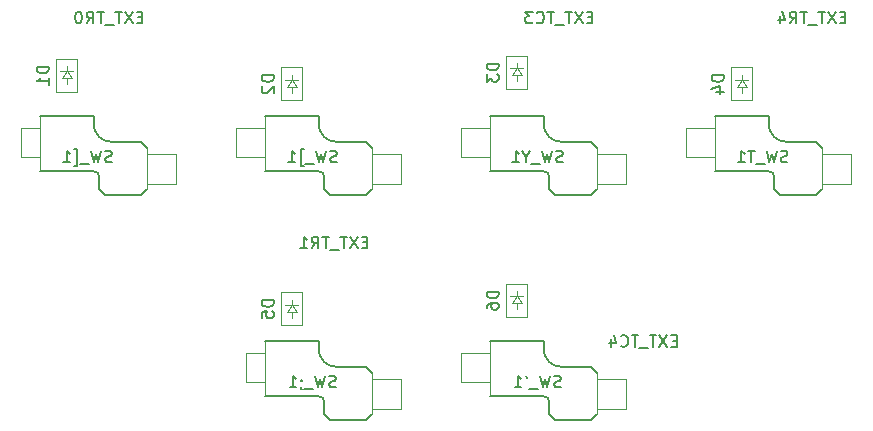
<source format=gbr>
G04 #@! TF.GenerationSoftware,KiCad,Pcbnew,8.0.5*
G04 #@! TF.CreationDate,2024-09-18T06:53:56+09:00*
G04 #@! TF.ProjectId,SandyLP_Top,53616e64-794c-4505-9f54-6f702e6b6963,v.0*
G04 #@! TF.SameCoordinates,Original*
G04 #@! TF.FileFunction,AssemblyDrawing,Bot*
%FSLAX46Y46*%
G04 Gerber Fmt 4.6, Leading zero omitted, Abs format (unit mm)*
G04 Created by KiCad (PCBNEW 8.0.5) date 2024-09-18 06:53:56*
%MOMM*%
%LPD*%
G01*
G04 APERTURE LIST*
%ADD10C,0.150000*%
%ADD11C,0.120000*%
%ADD12C,0.100000*%
G04 APERTURE END LIST*
D10*
X147407690Y-70510605D02*
X147264833Y-70558224D01*
X147264833Y-70558224D02*
X147026738Y-70558224D01*
X147026738Y-70558224D02*
X146931500Y-70510605D01*
X146931500Y-70510605D02*
X146883881Y-70462985D01*
X146883881Y-70462985D02*
X146836262Y-70367747D01*
X146836262Y-70367747D02*
X146836262Y-70272509D01*
X146836262Y-70272509D02*
X146883881Y-70177271D01*
X146883881Y-70177271D02*
X146931500Y-70129652D01*
X146931500Y-70129652D02*
X147026738Y-70082033D01*
X147026738Y-70082033D02*
X147217214Y-70034414D01*
X147217214Y-70034414D02*
X147312452Y-69986795D01*
X147312452Y-69986795D02*
X147360071Y-69939176D01*
X147360071Y-69939176D02*
X147407690Y-69843938D01*
X147407690Y-69843938D02*
X147407690Y-69748700D01*
X147407690Y-69748700D02*
X147360071Y-69653462D01*
X147360071Y-69653462D02*
X147312452Y-69605843D01*
X147312452Y-69605843D02*
X147217214Y-69558224D01*
X147217214Y-69558224D02*
X146979119Y-69558224D01*
X146979119Y-69558224D02*
X146836262Y-69605843D01*
X146502928Y-69558224D02*
X146264833Y-70558224D01*
X146264833Y-70558224D02*
X146074357Y-69843938D01*
X146074357Y-69843938D02*
X145883881Y-70558224D01*
X145883881Y-70558224D02*
X145645786Y-69558224D01*
X145502929Y-70653462D02*
X144741024Y-70653462D01*
X144455309Y-70510605D02*
X144455309Y-70558224D01*
X144455309Y-70558224D02*
X144502928Y-70653462D01*
X144502928Y-70653462D02*
X144550547Y-70701081D01*
X144502928Y-69939176D02*
X144455309Y-69986795D01*
X144455309Y-69986795D02*
X144502928Y-70034414D01*
X144502928Y-70034414D02*
X144550547Y-69986795D01*
X144550547Y-69986795D02*
X144502928Y-69939176D01*
X144502928Y-69939176D02*
X144502928Y-70034414D01*
X143502929Y-70558224D02*
X144074357Y-70558224D01*
X143788643Y-70558224D02*
X143788643Y-69558224D01*
X143788643Y-69558224D02*
X143883881Y-69701081D01*
X143883881Y-69701081D02*
X143979119Y-69796319D01*
X143979119Y-69796319D02*
X144074357Y-69843938D01*
X147502928Y-51460605D02*
X147360071Y-51508224D01*
X147360071Y-51508224D02*
X147121976Y-51508224D01*
X147121976Y-51508224D02*
X147026738Y-51460605D01*
X147026738Y-51460605D02*
X146979119Y-51412985D01*
X146979119Y-51412985D02*
X146931500Y-51317747D01*
X146931500Y-51317747D02*
X146931500Y-51222509D01*
X146931500Y-51222509D02*
X146979119Y-51127271D01*
X146979119Y-51127271D02*
X147026738Y-51079652D01*
X147026738Y-51079652D02*
X147121976Y-51032033D01*
X147121976Y-51032033D02*
X147312452Y-50984414D01*
X147312452Y-50984414D02*
X147407690Y-50936795D01*
X147407690Y-50936795D02*
X147455309Y-50889176D01*
X147455309Y-50889176D02*
X147502928Y-50793938D01*
X147502928Y-50793938D02*
X147502928Y-50698700D01*
X147502928Y-50698700D02*
X147455309Y-50603462D01*
X147455309Y-50603462D02*
X147407690Y-50555843D01*
X147407690Y-50555843D02*
X147312452Y-50508224D01*
X147312452Y-50508224D02*
X147074357Y-50508224D01*
X147074357Y-50508224D02*
X146931500Y-50555843D01*
X146598166Y-50508224D02*
X146360071Y-51508224D01*
X146360071Y-51508224D02*
X146169595Y-50793938D01*
X146169595Y-50793938D02*
X145979119Y-51508224D01*
X145979119Y-51508224D02*
X145741024Y-50508224D01*
X145598167Y-51603462D02*
X144836262Y-51603462D01*
X144693404Y-51841557D02*
X144455309Y-51841557D01*
X144455309Y-51841557D02*
X144455309Y-50412985D01*
X144455309Y-50412985D02*
X144693404Y-50412985D01*
X143407690Y-51508224D02*
X143979118Y-51508224D01*
X143693404Y-51508224D02*
X143693404Y-50508224D01*
X143693404Y-50508224D02*
X143788642Y-50651081D01*
X143788642Y-50651081D02*
X143883880Y-50746319D01*
X143883880Y-50746319D02*
X143979118Y-50793938D01*
X185650547Y-51460605D02*
X185507690Y-51508224D01*
X185507690Y-51508224D02*
X185269595Y-51508224D01*
X185269595Y-51508224D02*
X185174357Y-51460605D01*
X185174357Y-51460605D02*
X185126738Y-51412985D01*
X185126738Y-51412985D02*
X185079119Y-51317747D01*
X185079119Y-51317747D02*
X185079119Y-51222509D01*
X185079119Y-51222509D02*
X185126738Y-51127271D01*
X185126738Y-51127271D02*
X185174357Y-51079652D01*
X185174357Y-51079652D02*
X185269595Y-51032033D01*
X185269595Y-51032033D02*
X185460071Y-50984414D01*
X185460071Y-50984414D02*
X185555309Y-50936795D01*
X185555309Y-50936795D02*
X185602928Y-50889176D01*
X185602928Y-50889176D02*
X185650547Y-50793938D01*
X185650547Y-50793938D02*
X185650547Y-50698700D01*
X185650547Y-50698700D02*
X185602928Y-50603462D01*
X185602928Y-50603462D02*
X185555309Y-50555843D01*
X185555309Y-50555843D02*
X185460071Y-50508224D01*
X185460071Y-50508224D02*
X185221976Y-50508224D01*
X185221976Y-50508224D02*
X185079119Y-50555843D01*
X184745785Y-50508224D02*
X184507690Y-51508224D01*
X184507690Y-51508224D02*
X184317214Y-50793938D01*
X184317214Y-50793938D02*
X184126738Y-51508224D01*
X184126738Y-51508224D02*
X183888643Y-50508224D01*
X183745786Y-51603462D02*
X182983881Y-51603462D01*
X182888642Y-50508224D02*
X182317214Y-50508224D01*
X182602928Y-51508224D02*
X182602928Y-50508224D01*
X181460071Y-51508224D02*
X182031499Y-51508224D01*
X181745785Y-51508224D02*
X181745785Y-50508224D01*
X181745785Y-50508224D02*
X181841023Y-50651081D01*
X181841023Y-50651081D02*
X181936261Y-50746319D01*
X181936261Y-50746319D02*
X182031499Y-50793938D01*
X128452928Y-51460605D02*
X128310071Y-51508224D01*
X128310071Y-51508224D02*
X128071976Y-51508224D01*
X128071976Y-51508224D02*
X127976738Y-51460605D01*
X127976738Y-51460605D02*
X127929119Y-51412985D01*
X127929119Y-51412985D02*
X127881500Y-51317747D01*
X127881500Y-51317747D02*
X127881500Y-51222509D01*
X127881500Y-51222509D02*
X127929119Y-51127271D01*
X127929119Y-51127271D02*
X127976738Y-51079652D01*
X127976738Y-51079652D02*
X128071976Y-51032033D01*
X128071976Y-51032033D02*
X128262452Y-50984414D01*
X128262452Y-50984414D02*
X128357690Y-50936795D01*
X128357690Y-50936795D02*
X128405309Y-50889176D01*
X128405309Y-50889176D02*
X128452928Y-50793938D01*
X128452928Y-50793938D02*
X128452928Y-50698700D01*
X128452928Y-50698700D02*
X128405309Y-50603462D01*
X128405309Y-50603462D02*
X128357690Y-50555843D01*
X128357690Y-50555843D02*
X128262452Y-50508224D01*
X128262452Y-50508224D02*
X128024357Y-50508224D01*
X128024357Y-50508224D02*
X127881500Y-50555843D01*
X127548166Y-50508224D02*
X127310071Y-51508224D01*
X127310071Y-51508224D02*
X127119595Y-50793938D01*
X127119595Y-50793938D02*
X126929119Y-51508224D01*
X126929119Y-51508224D02*
X126691024Y-50508224D01*
X126548167Y-51603462D02*
X125786262Y-51603462D01*
X125262452Y-51841557D02*
X125500547Y-51841557D01*
X125500547Y-51841557D02*
X125500547Y-50412985D01*
X125500547Y-50412985D02*
X125262452Y-50412985D01*
X124357690Y-51508224D02*
X124929118Y-51508224D01*
X124643404Y-51508224D02*
X124643404Y-50508224D01*
X124643404Y-50508224D02*
X124738642Y-50651081D01*
X124738642Y-50651081D02*
X124833880Y-50746319D01*
X124833880Y-50746319D02*
X124929118Y-50793938D01*
X166648166Y-51460605D02*
X166505309Y-51508224D01*
X166505309Y-51508224D02*
X166267214Y-51508224D01*
X166267214Y-51508224D02*
X166171976Y-51460605D01*
X166171976Y-51460605D02*
X166124357Y-51412985D01*
X166124357Y-51412985D02*
X166076738Y-51317747D01*
X166076738Y-51317747D02*
X166076738Y-51222509D01*
X166076738Y-51222509D02*
X166124357Y-51127271D01*
X166124357Y-51127271D02*
X166171976Y-51079652D01*
X166171976Y-51079652D02*
X166267214Y-51032033D01*
X166267214Y-51032033D02*
X166457690Y-50984414D01*
X166457690Y-50984414D02*
X166552928Y-50936795D01*
X166552928Y-50936795D02*
X166600547Y-50889176D01*
X166600547Y-50889176D02*
X166648166Y-50793938D01*
X166648166Y-50793938D02*
X166648166Y-50698700D01*
X166648166Y-50698700D02*
X166600547Y-50603462D01*
X166600547Y-50603462D02*
X166552928Y-50555843D01*
X166552928Y-50555843D02*
X166457690Y-50508224D01*
X166457690Y-50508224D02*
X166219595Y-50508224D01*
X166219595Y-50508224D02*
X166076738Y-50555843D01*
X165743404Y-50508224D02*
X165505309Y-51508224D01*
X165505309Y-51508224D02*
X165314833Y-50793938D01*
X165314833Y-50793938D02*
X165124357Y-51508224D01*
X165124357Y-51508224D02*
X164886262Y-50508224D01*
X164743405Y-51603462D02*
X163981500Y-51603462D01*
X163552928Y-51032033D02*
X163552928Y-51508224D01*
X163886261Y-50508224D02*
X163552928Y-51032033D01*
X163552928Y-51032033D02*
X163219595Y-50508224D01*
X162362452Y-51508224D02*
X162933880Y-51508224D01*
X162648166Y-51508224D02*
X162648166Y-50508224D01*
X162648166Y-50508224D02*
X162743404Y-50651081D01*
X162743404Y-50651081D02*
X162838642Y-50746319D01*
X162838642Y-50746319D02*
X162933880Y-50793938D01*
X166457690Y-70510605D02*
X166314833Y-70558224D01*
X166314833Y-70558224D02*
X166076738Y-70558224D01*
X166076738Y-70558224D02*
X165981500Y-70510605D01*
X165981500Y-70510605D02*
X165933881Y-70462985D01*
X165933881Y-70462985D02*
X165886262Y-70367747D01*
X165886262Y-70367747D02*
X165886262Y-70272509D01*
X165886262Y-70272509D02*
X165933881Y-70177271D01*
X165933881Y-70177271D02*
X165981500Y-70129652D01*
X165981500Y-70129652D02*
X166076738Y-70082033D01*
X166076738Y-70082033D02*
X166267214Y-70034414D01*
X166267214Y-70034414D02*
X166362452Y-69986795D01*
X166362452Y-69986795D02*
X166410071Y-69939176D01*
X166410071Y-69939176D02*
X166457690Y-69843938D01*
X166457690Y-69843938D02*
X166457690Y-69748700D01*
X166457690Y-69748700D02*
X166410071Y-69653462D01*
X166410071Y-69653462D02*
X166362452Y-69605843D01*
X166362452Y-69605843D02*
X166267214Y-69558224D01*
X166267214Y-69558224D02*
X166029119Y-69558224D01*
X166029119Y-69558224D02*
X165886262Y-69605843D01*
X165552928Y-69558224D02*
X165314833Y-70558224D01*
X165314833Y-70558224D02*
X165124357Y-69843938D01*
X165124357Y-69843938D02*
X164933881Y-70558224D01*
X164933881Y-70558224D02*
X164695786Y-69558224D01*
X164552929Y-70653462D02*
X163791024Y-70653462D01*
X163505309Y-69558224D02*
X163600547Y-69748700D01*
X162552929Y-70558224D02*
X163124357Y-70558224D01*
X162838643Y-70558224D02*
X162838643Y-69558224D01*
X162838643Y-69558224D02*
X162933881Y-69701081D01*
X162933881Y-69701081D02*
X163029119Y-69796319D01*
X163029119Y-69796319D02*
X163124357Y-69843938D01*
X142147629Y-63174685D02*
X141147629Y-63174685D01*
X141147629Y-63174685D02*
X141147629Y-63412780D01*
X141147629Y-63412780D02*
X141195248Y-63555637D01*
X141195248Y-63555637D02*
X141290486Y-63650875D01*
X141290486Y-63650875D02*
X141385724Y-63698494D01*
X141385724Y-63698494D02*
X141576200Y-63746113D01*
X141576200Y-63746113D02*
X141719057Y-63746113D01*
X141719057Y-63746113D02*
X141909533Y-63698494D01*
X141909533Y-63698494D02*
X142004771Y-63650875D01*
X142004771Y-63650875D02*
X142100010Y-63555637D01*
X142100010Y-63555637D02*
X142147629Y-63412780D01*
X142147629Y-63412780D02*
X142147629Y-63174685D01*
X141147629Y-64650875D02*
X141147629Y-64174685D01*
X141147629Y-64174685D02*
X141623819Y-64127066D01*
X141623819Y-64127066D02*
X141576200Y-64174685D01*
X141576200Y-64174685D02*
X141528581Y-64269923D01*
X141528581Y-64269923D02*
X141528581Y-64508018D01*
X141528581Y-64508018D02*
X141576200Y-64603256D01*
X141576200Y-64603256D02*
X141623819Y-64650875D01*
X141623819Y-64650875D02*
X141719057Y-64698494D01*
X141719057Y-64698494D02*
X141957152Y-64698494D01*
X141957152Y-64698494D02*
X142052390Y-64650875D01*
X142052390Y-64650875D02*
X142100010Y-64603256D01*
X142100010Y-64603256D02*
X142147629Y-64508018D01*
X142147629Y-64508018D02*
X142147629Y-64269923D01*
X142147629Y-64269923D02*
X142100010Y-64174685D01*
X142100010Y-64174685D02*
X142052390Y-64127066D01*
X180247629Y-44124685D02*
X179247629Y-44124685D01*
X179247629Y-44124685D02*
X179247629Y-44362780D01*
X179247629Y-44362780D02*
X179295248Y-44505637D01*
X179295248Y-44505637D02*
X179390486Y-44600875D01*
X179390486Y-44600875D02*
X179485724Y-44648494D01*
X179485724Y-44648494D02*
X179676200Y-44696113D01*
X179676200Y-44696113D02*
X179819057Y-44696113D01*
X179819057Y-44696113D02*
X180009533Y-44648494D01*
X180009533Y-44648494D02*
X180104771Y-44600875D01*
X180104771Y-44600875D02*
X180200010Y-44505637D01*
X180200010Y-44505637D02*
X180247629Y-44362780D01*
X180247629Y-44362780D02*
X180247629Y-44124685D01*
X179580962Y-45553256D02*
X180247629Y-45553256D01*
X179200010Y-45315161D02*
X179914295Y-45077066D01*
X179914295Y-45077066D02*
X179914295Y-45696113D01*
X161197629Y-62443435D02*
X160197629Y-62443435D01*
X160197629Y-62443435D02*
X160197629Y-62681530D01*
X160197629Y-62681530D02*
X160245248Y-62824387D01*
X160245248Y-62824387D02*
X160340486Y-62919625D01*
X160340486Y-62919625D02*
X160435724Y-62967244D01*
X160435724Y-62967244D02*
X160626200Y-63014863D01*
X160626200Y-63014863D02*
X160769057Y-63014863D01*
X160769057Y-63014863D02*
X160959533Y-62967244D01*
X160959533Y-62967244D02*
X161054771Y-62919625D01*
X161054771Y-62919625D02*
X161150010Y-62824387D01*
X161150010Y-62824387D02*
X161197629Y-62681530D01*
X161197629Y-62681530D02*
X161197629Y-62443435D01*
X160197629Y-63872006D02*
X160197629Y-63681530D01*
X160197629Y-63681530D02*
X160245248Y-63586292D01*
X160245248Y-63586292D02*
X160292867Y-63538673D01*
X160292867Y-63538673D02*
X160435724Y-63443435D01*
X160435724Y-63443435D02*
X160626200Y-63395816D01*
X160626200Y-63395816D02*
X161007152Y-63395816D01*
X161007152Y-63395816D02*
X161102390Y-63443435D01*
X161102390Y-63443435D02*
X161150010Y-63491054D01*
X161150010Y-63491054D02*
X161197629Y-63586292D01*
X161197629Y-63586292D02*
X161197629Y-63776768D01*
X161197629Y-63776768D02*
X161150010Y-63872006D01*
X161150010Y-63872006D02*
X161102390Y-63919625D01*
X161102390Y-63919625D02*
X161007152Y-63967244D01*
X161007152Y-63967244D02*
X160769057Y-63967244D01*
X160769057Y-63967244D02*
X160673819Y-63919625D01*
X160673819Y-63919625D02*
X160626200Y-63872006D01*
X160626200Y-63872006D02*
X160578581Y-63776768D01*
X160578581Y-63776768D02*
X160578581Y-63586292D01*
X160578581Y-63586292D02*
X160626200Y-63491054D01*
X160626200Y-63491054D02*
X160673819Y-63443435D01*
X160673819Y-63443435D02*
X160769057Y-63395816D01*
X161197629Y-43140310D02*
X160197629Y-43140310D01*
X160197629Y-43140310D02*
X160197629Y-43378405D01*
X160197629Y-43378405D02*
X160245248Y-43521262D01*
X160245248Y-43521262D02*
X160340486Y-43616500D01*
X160340486Y-43616500D02*
X160435724Y-43664119D01*
X160435724Y-43664119D02*
X160626200Y-43711738D01*
X160626200Y-43711738D02*
X160769057Y-43711738D01*
X160769057Y-43711738D02*
X160959533Y-43664119D01*
X160959533Y-43664119D02*
X161054771Y-43616500D01*
X161054771Y-43616500D02*
X161150010Y-43521262D01*
X161150010Y-43521262D02*
X161197629Y-43378405D01*
X161197629Y-43378405D02*
X161197629Y-43140310D01*
X160197629Y-44045072D02*
X160197629Y-44664119D01*
X160197629Y-44664119D02*
X160578581Y-44330786D01*
X160578581Y-44330786D02*
X160578581Y-44473643D01*
X160578581Y-44473643D02*
X160626200Y-44568881D01*
X160626200Y-44568881D02*
X160673819Y-44616500D01*
X160673819Y-44616500D02*
X160769057Y-44664119D01*
X160769057Y-44664119D02*
X161007152Y-44664119D01*
X161007152Y-44664119D02*
X161102390Y-44616500D01*
X161102390Y-44616500D02*
X161150010Y-44568881D01*
X161150010Y-44568881D02*
X161197629Y-44473643D01*
X161197629Y-44473643D02*
X161197629Y-44187929D01*
X161197629Y-44187929D02*
X161150010Y-44092691D01*
X161150010Y-44092691D02*
X161102390Y-44045072D01*
X123097629Y-43393435D02*
X122097629Y-43393435D01*
X122097629Y-43393435D02*
X122097629Y-43631530D01*
X122097629Y-43631530D02*
X122145248Y-43774387D01*
X122145248Y-43774387D02*
X122240486Y-43869625D01*
X122240486Y-43869625D02*
X122335724Y-43917244D01*
X122335724Y-43917244D02*
X122526200Y-43964863D01*
X122526200Y-43964863D02*
X122669057Y-43964863D01*
X122669057Y-43964863D02*
X122859533Y-43917244D01*
X122859533Y-43917244D02*
X122954771Y-43869625D01*
X122954771Y-43869625D02*
X123050010Y-43774387D01*
X123050010Y-43774387D02*
X123097629Y-43631530D01*
X123097629Y-43631530D02*
X123097629Y-43393435D01*
X123097629Y-44917244D02*
X123097629Y-44345816D01*
X123097629Y-44631530D02*
X122097629Y-44631530D01*
X122097629Y-44631530D02*
X122240486Y-44536292D01*
X122240486Y-44536292D02*
X122335724Y-44441054D01*
X122335724Y-44441054D02*
X122383343Y-44345816D01*
X131024208Y-39221914D02*
X130690875Y-39221914D01*
X130548018Y-39745724D02*
X131024208Y-39745724D01*
X131024208Y-39745724D02*
X131024208Y-38745724D01*
X131024208Y-38745724D02*
X130548018Y-38745724D01*
X130214684Y-38745724D02*
X129548018Y-39745724D01*
X129548018Y-38745724D02*
X130214684Y-39745724D01*
X129309922Y-38745724D02*
X128738494Y-38745724D01*
X129024208Y-39745724D02*
X129024208Y-38745724D01*
X128643256Y-39840962D02*
X127881351Y-39840962D01*
X127786112Y-38745724D02*
X127214684Y-38745724D01*
X127500398Y-39745724D02*
X127500398Y-38745724D01*
X126309922Y-39745724D02*
X126643255Y-39269533D01*
X126881350Y-39745724D02*
X126881350Y-38745724D01*
X126881350Y-38745724D02*
X126500398Y-38745724D01*
X126500398Y-38745724D02*
X126405160Y-38793343D01*
X126405160Y-38793343D02*
X126357541Y-38840962D01*
X126357541Y-38840962D02*
X126309922Y-38936200D01*
X126309922Y-38936200D02*
X126309922Y-39079057D01*
X126309922Y-39079057D02*
X126357541Y-39174295D01*
X126357541Y-39174295D02*
X126405160Y-39221914D01*
X126405160Y-39221914D02*
X126500398Y-39269533D01*
X126500398Y-39269533D02*
X126881350Y-39269533D01*
X125690874Y-38745724D02*
X125595636Y-38745724D01*
X125595636Y-38745724D02*
X125500398Y-38793343D01*
X125500398Y-38793343D02*
X125452779Y-38840962D01*
X125452779Y-38840962D02*
X125405160Y-38936200D01*
X125405160Y-38936200D02*
X125357541Y-39126676D01*
X125357541Y-39126676D02*
X125357541Y-39364771D01*
X125357541Y-39364771D02*
X125405160Y-39555247D01*
X125405160Y-39555247D02*
X125452779Y-39650485D01*
X125452779Y-39650485D02*
X125500398Y-39698105D01*
X125500398Y-39698105D02*
X125595636Y-39745724D01*
X125595636Y-39745724D02*
X125690874Y-39745724D01*
X125690874Y-39745724D02*
X125786112Y-39698105D01*
X125786112Y-39698105D02*
X125833731Y-39650485D01*
X125833731Y-39650485D02*
X125881350Y-39555247D01*
X125881350Y-39555247D02*
X125928969Y-39364771D01*
X125928969Y-39364771D02*
X125928969Y-39126676D01*
X125928969Y-39126676D02*
X125881350Y-38936200D01*
X125881350Y-38936200D02*
X125833731Y-38840962D01*
X125833731Y-38840962D02*
X125786112Y-38793343D01*
X125786112Y-38793343D02*
X125690874Y-38745724D01*
X190555458Y-39221914D02*
X190222125Y-39221914D01*
X190079268Y-39745724D02*
X190555458Y-39745724D01*
X190555458Y-39745724D02*
X190555458Y-38745724D01*
X190555458Y-38745724D02*
X190079268Y-38745724D01*
X189745934Y-38745724D02*
X189079268Y-39745724D01*
X189079268Y-38745724D02*
X189745934Y-39745724D01*
X188841172Y-38745724D02*
X188269744Y-38745724D01*
X188555458Y-39745724D02*
X188555458Y-38745724D01*
X188174506Y-39840962D02*
X187412601Y-39840962D01*
X187317362Y-38745724D02*
X186745934Y-38745724D01*
X187031648Y-39745724D02*
X187031648Y-38745724D01*
X185841172Y-39745724D02*
X186174505Y-39269533D01*
X186412600Y-39745724D02*
X186412600Y-38745724D01*
X186412600Y-38745724D02*
X186031648Y-38745724D01*
X186031648Y-38745724D02*
X185936410Y-38793343D01*
X185936410Y-38793343D02*
X185888791Y-38840962D01*
X185888791Y-38840962D02*
X185841172Y-38936200D01*
X185841172Y-38936200D02*
X185841172Y-39079057D01*
X185841172Y-39079057D02*
X185888791Y-39174295D01*
X185888791Y-39174295D02*
X185936410Y-39221914D01*
X185936410Y-39221914D02*
X186031648Y-39269533D01*
X186031648Y-39269533D02*
X186412600Y-39269533D01*
X184984029Y-39079057D02*
X184984029Y-39745724D01*
X185222124Y-38698105D02*
X185460219Y-39412390D01*
X185460219Y-39412390D02*
X184841172Y-39412390D01*
X169124208Y-39221914D02*
X168790875Y-39221914D01*
X168648018Y-39745724D02*
X169124208Y-39745724D01*
X169124208Y-39745724D02*
X169124208Y-38745724D01*
X169124208Y-38745724D02*
X168648018Y-38745724D01*
X168314684Y-38745724D02*
X167648018Y-39745724D01*
X167648018Y-38745724D02*
X168314684Y-39745724D01*
X167409922Y-38745724D02*
X166838494Y-38745724D01*
X167124208Y-39745724D02*
X167124208Y-38745724D01*
X166743256Y-39840962D02*
X165981351Y-39840962D01*
X165886112Y-38745724D02*
X165314684Y-38745724D01*
X165600398Y-39745724D02*
X165600398Y-38745724D01*
X164409922Y-39650485D02*
X164457541Y-39698105D01*
X164457541Y-39698105D02*
X164600398Y-39745724D01*
X164600398Y-39745724D02*
X164695636Y-39745724D01*
X164695636Y-39745724D02*
X164838493Y-39698105D01*
X164838493Y-39698105D02*
X164933731Y-39602866D01*
X164933731Y-39602866D02*
X164981350Y-39507628D01*
X164981350Y-39507628D02*
X165028969Y-39317152D01*
X165028969Y-39317152D02*
X165028969Y-39174295D01*
X165028969Y-39174295D02*
X164981350Y-38983819D01*
X164981350Y-38983819D02*
X164933731Y-38888581D01*
X164933731Y-38888581D02*
X164838493Y-38793343D01*
X164838493Y-38793343D02*
X164695636Y-38745724D01*
X164695636Y-38745724D02*
X164600398Y-38745724D01*
X164600398Y-38745724D02*
X164457541Y-38793343D01*
X164457541Y-38793343D02*
X164409922Y-38840962D01*
X164076588Y-38745724D02*
X163457541Y-38745724D01*
X163457541Y-38745724D02*
X163790874Y-39126676D01*
X163790874Y-39126676D02*
X163648017Y-39126676D01*
X163648017Y-39126676D02*
X163552779Y-39174295D01*
X163552779Y-39174295D02*
X163505160Y-39221914D01*
X163505160Y-39221914D02*
X163457541Y-39317152D01*
X163457541Y-39317152D02*
X163457541Y-39555247D01*
X163457541Y-39555247D02*
X163505160Y-39650485D01*
X163505160Y-39650485D02*
X163552779Y-39698105D01*
X163552779Y-39698105D02*
X163648017Y-39745724D01*
X163648017Y-39745724D02*
X163933731Y-39745724D01*
X163933731Y-39745724D02*
X164028969Y-39698105D01*
X164028969Y-39698105D02*
X164076588Y-39650485D01*
X176267958Y-66606289D02*
X175934625Y-66606289D01*
X175791768Y-67130099D02*
X176267958Y-67130099D01*
X176267958Y-67130099D02*
X176267958Y-66130099D01*
X176267958Y-66130099D02*
X175791768Y-66130099D01*
X175458434Y-66130099D02*
X174791768Y-67130099D01*
X174791768Y-66130099D02*
X175458434Y-67130099D01*
X174553672Y-66130099D02*
X173982244Y-66130099D01*
X174267958Y-67130099D02*
X174267958Y-66130099D01*
X173887006Y-67225337D02*
X173125101Y-67225337D01*
X173029862Y-66130099D02*
X172458434Y-66130099D01*
X172744148Y-67130099D02*
X172744148Y-66130099D01*
X171553672Y-67034860D02*
X171601291Y-67082480D01*
X171601291Y-67082480D02*
X171744148Y-67130099D01*
X171744148Y-67130099D02*
X171839386Y-67130099D01*
X171839386Y-67130099D02*
X171982243Y-67082480D01*
X171982243Y-67082480D02*
X172077481Y-66987241D01*
X172077481Y-66987241D02*
X172125100Y-66892003D01*
X172125100Y-66892003D02*
X172172719Y-66701527D01*
X172172719Y-66701527D02*
X172172719Y-66558670D01*
X172172719Y-66558670D02*
X172125100Y-66368194D01*
X172125100Y-66368194D02*
X172077481Y-66272956D01*
X172077481Y-66272956D02*
X171982243Y-66177718D01*
X171982243Y-66177718D02*
X171839386Y-66130099D01*
X171839386Y-66130099D02*
X171744148Y-66130099D01*
X171744148Y-66130099D02*
X171601291Y-66177718D01*
X171601291Y-66177718D02*
X171553672Y-66225337D01*
X170696529Y-66463432D02*
X170696529Y-67130099D01*
X170934624Y-66082480D02*
X171172719Y-66796765D01*
X171172719Y-66796765D02*
X170553672Y-66796765D01*
X150074208Y-58271914D02*
X149740875Y-58271914D01*
X149598018Y-58795724D02*
X150074208Y-58795724D01*
X150074208Y-58795724D02*
X150074208Y-57795724D01*
X150074208Y-57795724D02*
X149598018Y-57795724D01*
X149264684Y-57795724D02*
X148598018Y-58795724D01*
X148598018Y-57795724D02*
X149264684Y-58795724D01*
X148359922Y-57795724D02*
X147788494Y-57795724D01*
X148074208Y-58795724D02*
X148074208Y-57795724D01*
X147693256Y-58890962D02*
X146931351Y-58890962D01*
X146836112Y-57795724D02*
X146264684Y-57795724D01*
X146550398Y-58795724D02*
X146550398Y-57795724D01*
X145359922Y-58795724D02*
X145693255Y-58319533D01*
X145931350Y-58795724D02*
X145931350Y-57795724D01*
X145931350Y-57795724D02*
X145550398Y-57795724D01*
X145550398Y-57795724D02*
X145455160Y-57843343D01*
X145455160Y-57843343D02*
X145407541Y-57890962D01*
X145407541Y-57890962D02*
X145359922Y-57986200D01*
X145359922Y-57986200D02*
X145359922Y-58129057D01*
X145359922Y-58129057D02*
X145407541Y-58224295D01*
X145407541Y-58224295D02*
X145455160Y-58271914D01*
X145455160Y-58271914D02*
X145550398Y-58319533D01*
X145550398Y-58319533D02*
X145931350Y-58319533D01*
X144407541Y-58795724D02*
X144978969Y-58795724D01*
X144693255Y-58795724D02*
X144693255Y-57795724D01*
X144693255Y-57795724D02*
X144788493Y-57938581D01*
X144788493Y-57938581D02*
X144883731Y-58033819D01*
X144883731Y-58033819D02*
X144978969Y-58081438D01*
X142147629Y-44124685D02*
X141147629Y-44124685D01*
X141147629Y-44124685D02*
X141147629Y-44362780D01*
X141147629Y-44362780D02*
X141195248Y-44505637D01*
X141195248Y-44505637D02*
X141290486Y-44600875D01*
X141290486Y-44600875D02*
X141385724Y-44648494D01*
X141385724Y-44648494D02*
X141576200Y-44696113D01*
X141576200Y-44696113D02*
X141719057Y-44696113D01*
X141719057Y-44696113D02*
X141909533Y-44648494D01*
X141909533Y-44648494D02*
X142004771Y-44600875D01*
X142004771Y-44600875D02*
X142100010Y-44505637D01*
X142100010Y-44505637D02*
X142147629Y-44362780D01*
X142147629Y-44362780D02*
X142147629Y-44124685D01*
X141242867Y-45077066D02*
X141195248Y-45124685D01*
X141195248Y-45124685D02*
X141147629Y-45219923D01*
X141147629Y-45219923D02*
X141147629Y-45458018D01*
X141147629Y-45458018D02*
X141195248Y-45553256D01*
X141195248Y-45553256D02*
X141242867Y-45600875D01*
X141242867Y-45600875D02*
X141338105Y-45648494D01*
X141338105Y-45648494D02*
X141433343Y-45648494D01*
X141433343Y-45648494D02*
X141576200Y-45600875D01*
X141576200Y-45600875D02*
X142147629Y-45029447D01*
X142147629Y-45029447D02*
X142147629Y-45648494D01*
D11*
X139855310Y-67603405D02*
X141455310Y-67603405D01*
X139855310Y-70103405D02*
X139855310Y-67603405D01*
X141455310Y-66603405D02*
X141455310Y-71303405D01*
X141455310Y-70103405D02*
X139855310Y-70103405D01*
D10*
X141455310Y-71303405D02*
X145955310Y-71303405D01*
X145955310Y-66603405D02*
X141455310Y-66603405D01*
X145955310Y-67303405D02*
X145955310Y-66603405D01*
X146455310Y-71803405D02*
X146455310Y-72803405D01*
X146955310Y-73303405D02*
X146455310Y-72803405D01*
X149955310Y-68803405D02*
X147455310Y-68803405D01*
X149955310Y-73303405D02*
X146955310Y-73303405D01*
X150455310Y-69303405D02*
X149955310Y-68803405D01*
D11*
X150455310Y-69353405D02*
X150455310Y-72803405D01*
X150455310Y-69853405D02*
X152955310Y-69853405D01*
D10*
X150455310Y-72803405D02*
X149955310Y-73303405D01*
D11*
X152955310Y-69853405D02*
X152955310Y-72353405D01*
X152955310Y-72353405D02*
X150455310Y-72353405D01*
D10*
X145955310Y-71303405D02*
G75*
G02*
X146455310Y-71803405I-1J-500001D01*
G01*
X147455310Y-68803405D02*
G75*
G02*
X145955310Y-67303405I1J1500001D01*
G01*
D11*
X138955310Y-48553405D02*
X141455310Y-48553405D01*
X138955310Y-51053405D02*
X138955310Y-48553405D01*
X141455310Y-47553405D02*
X141455310Y-52253405D01*
X141455310Y-51053405D02*
X138955310Y-51053405D01*
D10*
X141455310Y-52253405D02*
X145955310Y-52253405D01*
X145955310Y-47553405D02*
X141455310Y-47553405D01*
X145955310Y-48253405D02*
X145955310Y-47553405D01*
X146455310Y-52753405D02*
X146455310Y-53753405D01*
X146955310Y-54253405D02*
X146455310Y-53753405D01*
X149955310Y-49753405D02*
X147455310Y-49753405D01*
X149955310Y-54253405D02*
X146955310Y-54253405D01*
X150455310Y-50253405D02*
X149955310Y-49753405D01*
D11*
X150455310Y-50303405D02*
X150455310Y-53753405D01*
X150455310Y-50803405D02*
X152955310Y-50803405D01*
D10*
X150455310Y-53753405D02*
X149955310Y-54253405D01*
D11*
X152955310Y-50803405D02*
X152955310Y-53303405D01*
X152955310Y-53303405D02*
X150455310Y-53303405D01*
D10*
X145955310Y-52253405D02*
G75*
G02*
X146455310Y-52753405I-1J-500001D01*
G01*
X147455310Y-49753405D02*
G75*
G02*
X145955310Y-48253405I1J1500001D01*
G01*
D11*
X177055310Y-48553405D02*
X179555310Y-48553405D01*
X177055310Y-51053405D02*
X177055310Y-48553405D01*
X179555310Y-47553405D02*
X179555310Y-52253405D01*
X179555310Y-51053405D02*
X177055310Y-51053405D01*
D10*
X179555310Y-52253405D02*
X184055310Y-52253405D01*
X184055310Y-47553405D02*
X179555310Y-47553405D01*
X184055310Y-48253405D02*
X184055310Y-47553405D01*
X184555310Y-52753405D02*
X184555310Y-53753405D01*
X185055310Y-54253405D02*
X184555310Y-53753405D01*
X188055310Y-49753405D02*
X185555310Y-49753405D01*
X188055310Y-54253405D02*
X185055310Y-54253405D01*
X188555310Y-50253405D02*
X188055310Y-49753405D01*
D11*
X188555310Y-50303405D02*
X188555310Y-53753405D01*
X188555310Y-50803405D02*
X191055310Y-50803405D01*
D10*
X188555310Y-53753405D02*
X188055310Y-54253405D01*
D11*
X191055310Y-50803405D02*
X191055310Y-53303405D01*
X191055310Y-53303405D02*
X188555310Y-53303405D01*
D10*
X184055310Y-52253405D02*
G75*
G02*
X184555310Y-52753405I-1J-500001D01*
G01*
X185555310Y-49753405D02*
G75*
G02*
X184055310Y-48253405I1J1500001D01*
G01*
D11*
X120805310Y-48553405D02*
X122405310Y-48553405D01*
X120805310Y-51053405D02*
X120805310Y-48553405D01*
X122405310Y-47553405D02*
X122405310Y-52253405D01*
X122405310Y-51053405D02*
X120805310Y-51053405D01*
D10*
X122405310Y-52253405D02*
X126905310Y-52253405D01*
X126905310Y-47553405D02*
X122405310Y-47553405D01*
X126905310Y-48253405D02*
X126905310Y-47553405D01*
X127405310Y-52753405D02*
X127405310Y-53753405D01*
X127905310Y-54253405D02*
X127405310Y-53753405D01*
X130905310Y-49753405D02*
X128405310Y-49753405D01*
X130905310Y-54253405D02*
X127905310Y-54253405D01*
X131405310Y-50253405D02*
X130905310Y-49753405D01*
D11*
X131405310Y-50303405D02*
X131405310Y-53753405D01*
X131405310Y-50803405D02*
X133905310Y-50803405D01*
D10*
X131405310Y-53753405D02*
X130905310Y-54253405D01*
D11*
X133905310Y-50803405D02*
X133905310Y-53303405D01*
X133905310Y-53303405D02*
X131405310Y-53303405D01*
D10*
X126905310Y-52253405D02*
G75*
G02*
X127405310Y-52753405I-1J-500001D01*
G01*
X128405310Y-49753405D02*
G75*
G02*
X126905310Y-48253405I1J1500001D01*
G01*
D11*
X158005310Y-48553405D02*
X160505310Y-48553405D01*
X158005310Y-51053405D02*
X158005310Y-48553405D01*
X160505310Y-47553405D02*
X160505310Y-52253405D01*
X160505310Y-51053405D02*
X158005310Y-51053405D01*
D10*
X160505310Y-52253405D02*
X165005310Y-52253405D01*
X165005310Y-47553405D02*
X160505310Y-47553405D01*
X165005310Y-48253405D02*
X165005310Y-47553405D01*
X165505310Y-52753405D02*
X165505310Y-53753405D01*
X166005310Y-54253405D02*
X165505310Y-53753405D01*
X169005310Y-49753405D02*
X166505310Y-49753405D01*
X169005310Y-54253405D02*
X166005310Y-54253405D01*
X169505310Y-50253405D02*
X169005310Y-49753405D01*
D11*
X169505310Y-50303405D02*
X169505310Y-53753405D01*
X169505310Y-50803405D02*
X172005310Y-50803405D01*
D10*
X169505310Y-53753405D02*
X169005310Y-54253405D01*
D11*
X172005310Y-50803405D02*
X172005310Y-53303405D01*
X172005310Y-53303405D02*
X169505310Y-53303405D01*
D10*
X165005310Y-52253405D02*
G75*
G02*
X165505310Y-52753405I-1J-500001D01*
G01*
X166505310Y-49753405D02*
G75*
G02*
X165005310Y-48253405I1J1500001D01*
G01*
D11*
X158005310Y-67603405D02*
X160505310Y-67603405D01*
X158005310Y-70103405D02*
X158005310Y-67603405D01*
X160505310Y-66603405D02*
X160505310Y-71303405D01*
X160505310Y-70103405D02*
X158005310Y-70103405D01*
D10*
X160505310Y-71303405D02*
X165005310Y-71303405D01*
X165005310Y-66603405D02*
X160505310Y-66603405D01*
X165005310Y-67303405D02*
X165005310Y-66603405D01*
X165505310Y-71803405D02*
X165505310Y-72803405D01*
X166005310Y-73303405D02*
X165505310Y-72803405D01*
X169005310Y-68803405D02*
X166505310Y-68803405D01*
X169005310Y-73303405D02*
X166005310Y-73303405D01*
X169505310Y-69303405D02*
X169005310Y-68803405D01*
D11*
X169505310Y-69353405D02*
X169505310Y-72803405D01*
X169505310Y-69853405D02*
X172005310Y-69853405D01*
D10*
X169505310Y-72803405D02*
X169005310Y-73303405D01*
D11*
X172005310Y-69853405D02*
X172005310Y-72353405D01*
X172005310Y-72353405D02*
X169505310Y-72353405D01*
D10*
X165005310Y-71303405D02*
G75*
G02*
X165505310Y-71803405I-1J-500001D01*
G01*
X166505310Y-68803405D02*
G75*
G02*
X165005310Y-67303405I1J1500001D01*
G01*
D12*
X142792810Y-62512780D02*
X144592810Y-62512780D01*
X142792810Y-65312780D02*
X142792810Y-62512780D01*
X143142810Y-63562780D02*
X143692810Y-63562780D01*
X143292810Y-64162780D02*
X143692810Y-63562780D01*
X143692810Y-63562780D02*
X143692810Y-63162780D01*
X143692810Y-63562780D02*
X144092810Y-64162780D01*
X143692810Y-64662780D02*
X143692810Y-64162780D01*
X144092810Y-64162780D02*
X143292810Y-64162780D01*
X144242810Y-63562780D02*
X143692810Y-63562780D01*
X144592810Y-62512780D02*
X144592810Y-65312780D01*
X144592810Y-65312780D02*
X142792810Y-65312780D01*
X180892810Y-43462780D02*
X182692810Y-43462780D01*
X180892810Y-46262780D02*
X180892810Y-43462780D01*
X181242810Y-44512780D02*
X181792810Y-44512780D01*
X181392810Y-45112780D02*
X181792810Y-44512780D01*
X181792810Y-44512780D02*
X181792810Y-44112780D01*
X181792810Y-44512780D02*
X182192810Y-45112780D01*
X181792810Y-45612780D02*
X181792810Y-45112780D01*
X182192810Y-45112780D02*
X181392810Y-45112780D01*
X182342810Y-44512780D02*
X181792810Y-44512780D01*
X182692810Y-43462780D02*
X182692810Y-46262780D01*
X182692810Y-46262780D02*
X180892810Y-46262780D01*
X161842810Y-61781530D02*
X163642810Y-61781530D01*
X161842810Y-64581530D02*
X161842810Y-61781530D01*
X162192810Y-62831530D02*
X162742810Y-62831530D01*
X162342810Y-63431530D02*
X162742810Y-62831530D01*
X162742810Y-62831530D02*
X162742810Y-62431530D01*
X162742810Y-62831530D02*
X163142810Y-63431530D01*
X162742810Y-63931530D02*
X162742810Y-63431530D01*
X163142810Y-63431530D02*
X162342810Y-63431530D01*
X163292810Y-62831530D02*
X162742810Y-62831530D01*
X163642810Y-61781530D02*
X163642810Y-64581530D01*
X163642810Y-64581530D02*
X161842810Y-64581530D01*
X161842810Y-42478405D02*
X163642810Y-42478405D01*
X161842810Y-45278405D02*
X161842810Y-42478405D01*
X162192810Y-43528405D02*
X162742810Y-43528405D01*
X162342810Y-44128405D02*
X162742810Y-43528405D01*
X162742810Y-43528405D02*
X162742810Y-43128405D01*
X162742810Y-43528405D02*
X163142810Y-44128405D01*
X162742810Y-44628405D02*
X162742810Y-44128405D01*
X163142810Y-44128405D02*
X162342810Y-44128405D01*
X163292810Y-43528405D02*
X162742810Y-43528405D01*
X163642810Y-42478405D02*
X163642810Y-45278405D01*
X163642810Y-45278405D02*
X161842810Y-45278405D01*
X123742810Y-42731530D02*
X125542810Y-42731530D01*
X123742810Y-45531530D02*
X123742810Y-42731530D01*
X124092810Y-43781530D02*
X124642810Y-43781530D01*
X124242810Y-44381530D02*
X124642810Y-43781530D01*
X124642810Y-43781530D02*
X124642810Y-43381530D01*
X124642810Y-43781530D02*
X125042810Y-44381530D01*
X124642810Y-44881530D02*
X124642810Y-44381530D01*
X125042810Y-44381530D02*
X124242810Y-44381530D01*
X125192810Y-43781530D02*
X124642810Y-43781530D01*
X125542810Y-42731530D02*
X125542810Y-45531530D01*
X125542810Y-45531530D02*
X123742810Y-45531530D01*
X142792810Y-43462780D02*
X144592810Y-43462780D01*
X142792810Y-46262780D02*
X142792810Y-43462780D01*
X143142810Y-44512780D02*
X143692810Y-44512780D01*
X143292810Y-45112780D02*
X143692810Y-44512780D01*
X143692810Y-44512780D02*
X143692810Y-44112780D01*
X143692810Y-44512780D02*
X144092810Y-45112780D01*
X143692810Y-45612780D02*
X143692810Y-45112780D01*
X144092810Y-45112780D02*
X143292810Y-45112780D01*
X144242810Y-44512780D02*
X143692810Y-44512780D01*
X144592810Y-43462780D02*
X144592810Y-46262780D01*
X144592810Y-46262780D02*
X142792810Y-46262780D01*
M02*

</source>
